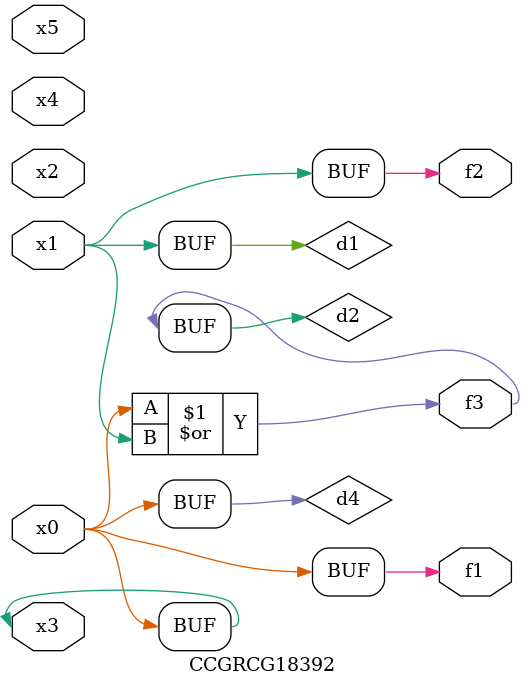
<source format=v>
module CCGRCG18392(
	input x0, x1, x2, x3, x4, x5,
	output f1, f2, f3
);

	wire d1, d2, d3, d4;

	and (d1, x1);
	or (d2, x0, x1);
	nand (d3, x0, x5);
	buf (d4, x0, x3);
	assign f1 = d4;
	assign f2 = d1;
	assign f3 = d2;
endmodule

</source>
